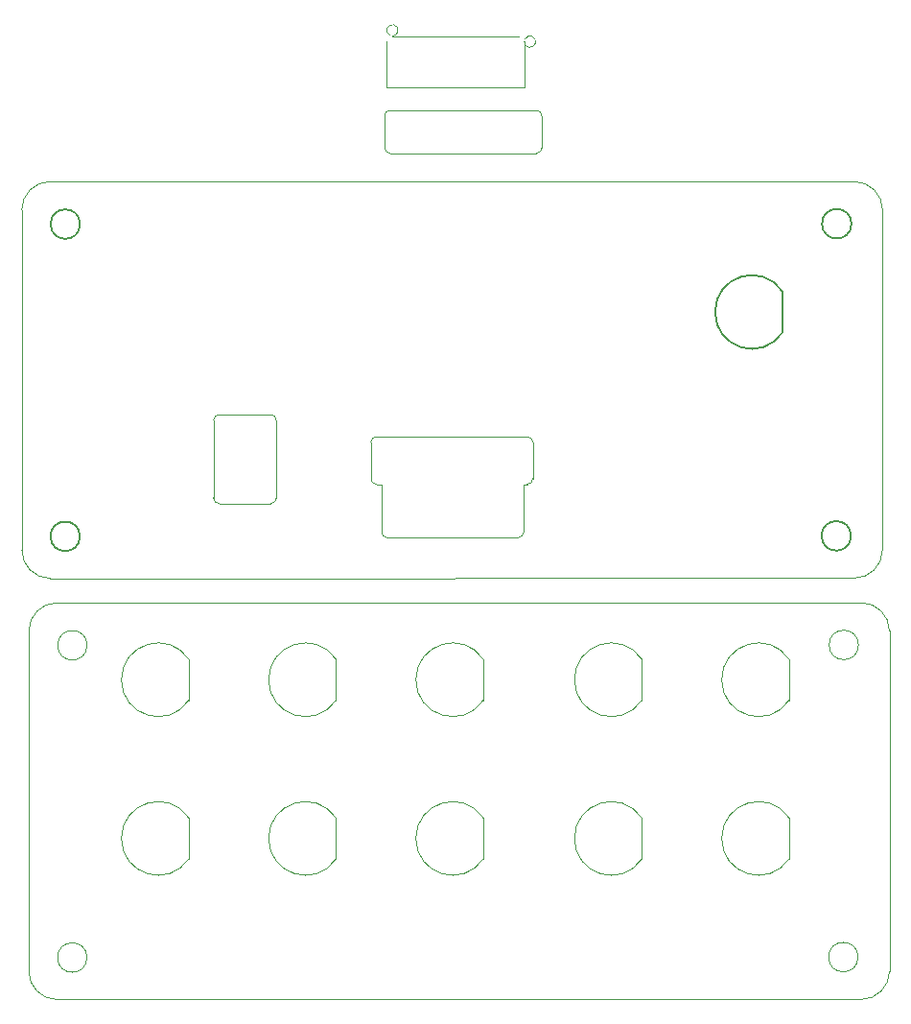
<source format=gm1>
%MOIN*%
%OFA0B0*%
%FSLAX46Y46*%
%IPPOS*%
%LPD*%
%ADD10C,0.005905511811023622*%
%ADD11C,0.0007874015748031497*%
%ADD22C,0.005905511811023622*%
%ADD23C,0.0039370078740157488*%
%ADD24C,0.0007874015748031497*%
%ADD35C,0.005905511811023622*%
%ADD36C,0.0039370078740157488*%
%ADD47C,0.005905511811023622*%
%ADD48C,0.0039370078740157488*%
%LPD*%
G01G01G01G01*
D10*
D11*
X0000201967Y0000145669D02*
G75*
G03G03X0000201967Y0000145669I-0000051181D01G03G03X0000201967Y0000145669I-0000051181D01X0000201967Y0000145669I-0000051181D01X0000201967Y0000145669I-0000051181D01*
G01G01G01G01*
X0000202362Y0001230314D02*
G75*
G03G03X0000202362Y0001230314I-0000051181D01G03G03X0000202362Y0001230314I-0000051181D01X0000202362Y0001230314I-0000051181D01X0000202362Y0001230314I-0000051181D01*
G01G01G01G01*
X0002883858Y0001231496D02*
G75*
G03G03X0002883858Y0001231496I-0000051181D01G03G03X0002883858Y0001231496I-0000051181D01X0002883858Y0001231496I-0000051181D01X0002883858Y0001231496I-0000051181D01*
G01G01G01G01*
X0000098031Y0000000000D02*
G75*
G02G02X0000000000Y0000098031J0000098031D01G02G02X0000000000Y0000098031J0000098031D01X0000000000Y0000098031J0000098031D01X0000000000Y0000098031J0000098031D01*
G01G01G01G01*
X0000000000Y0001279921D02*
G75*
G02G02X0000098031Y0001377952I0000098031D01G02G02X0000098031Y0001377952I0000098031D01X0000098031Y0001377952I0000098031D01X0000098031Y0001377952I0000098031D01*
G01G01G01G01*
X0002893700Y0001377952D02*
G75*
G02G02X0002991732Y0001279921J-0000098031D01G02G02X0002991732Y0001279921J-0000098031D01X0002991732Y0001279921J-0000098031D01X0002991732Y0001279921J-0000098031D01*
G01G01G01G01*
X0002882283Y0000147244D02*
G75*
G03G03X0002882283Y0000147244I-0000051181D01G03G03X0002882283Y0000147244I-0000051181D01X0002882283Y0000147244I-0000051181D01X0002882283Y0000147244I-0000051181D01*
G01G01G01G01*
X0002991732Y0000098425D02*
G75*
G02G02X0002893700Y0000000393I-0000098031D01G02G02X0002893700Y0000000393I-0000098031D01X0002893700Y0000000393I-0000098031D01X0002893700Y0000000393I-0000098031D01*
G01G01G01G01*
X0000000000Y0000098031D02*
X0000000000Y0001279921D01*
X0002893700Y0000000393D02*
X0000098031Y0000000000D01*
X0002991732Y0001279921D02*
X0002991732Y0000098425D01*
X0000098031Y0001377952D02*
X0002893700Y0001377952D01*
X0002642519Y0000488188D02*
G75*
G02G02X0002642519Y0000630707I-0000106299J0000071259D01G02G02X0002642519Y0000630707I-0000106299J0000071259D01X0002642519Y0000630707I-0000106299J0000071259D01X0002642519Y0000630707I-0000106299J0000071259D01*
G01G01G01G01*
X0002642519Y0000630707D02*
X0002642519Y0000488188D01*
X0002130708Y0000488188D02*
G75*
G02G02X0002130708Y0000630707I-0000106299J0000071259D01G02G02X0002130708Y0000630707I-0000106299J0000071259D01X0002130708Y0000630707I-0000106299J0000071259D01X0002130708Y0000630707I-0000106299J0000071259D01*
G01G01G01G01*
X0002130708Y0000630707D02*
X0002130708Y0000488188D01*
X0002642519Y0001039369D02*
G75*
G02G02X0002642519Y0001181889I-0000106299J0000071259D01G02G02X0002642519Y0001181889I-0000106299J0000071259D01X0002642519Y0001181889I-0000106299J0000071259D01X0002642519Y0001181889I-0000106299J0000071259D01*
G01G01G01G01*
X0002642519Y0001181889D02*
X0002642519Y0001039369D01*
X0002130708Y0001039369D02*
G75*
G02G02X0002130708Y0001181889I-0000106299J0000071259D01G02G02X0002130708Y0001181889I-0000106299J0000071259D01X0002130708Y0001181889I-0000106299J0000071259D01X0002130708Y0001181889I-0000106299J0000071259D01*
G01G01G01G01*
X0002130708Y0001181889D02*
X0002130708Y0001039369D01*
X0001579527Y0000488188D02*
G75*
G02G02X0001579527Y0000630707I-0000106299J0000071259D01G02G02X0001579527Y0000630707I-0000106299J0000071259D01X0001579527Y0000630707I-0000106299J0000071259D01X0001579527Y0000630707I-0000106299J0000071259D01*
G01G01G01G01*
X0001579527Y0000630707D02*
X0001579527Y0000488188D01*
X0001067716Y0000488188D02*
G75*
G02G02X0001067716Y0000630707I-0000106299J0000071259D01G02G02X0001067716Y0000630707I-0000106299J0000071259D01X0001067716Y0000630707I-0000106299J0000071259D01X0001067716Y0000630707I-0000106299J0000071259D01*
G01G01G01G01*
X0001067716Y0000630707D02*
X0001067716Y0000488188D01*
X0000555905Y0000488188D02*
G75*
G02G02X0000555905Y0000630707I-0000106299J0000071259D01G02G02X0000555905Y0000630707I-0000106299J0000071259D01X0000555905Y0000630707I-0000106299J0000071259D01X0000555905Y0000630707I-0000106299J0000071259D01*
G01G01G01G01*
X0000555905Y0000630707D02*
X0000555905Y0000488188D01*
X0001579527Y0001039369D02*
G75*
G02G02X0001579527Y0001181889I-0000106299J0000071259D01G02G02X0001579527Y0001181889I-0000106299J0000071259D01X0001579527Y0001181889I-0000106299J0000071259D01X0001579527Y0001181889I-0000106299J0000071259D01*
G01G01G01G01*
X0001579527Y0001181889D02*
X0001579527Y0001039369D01*
X0001067716Y0001039369D02*
G75*
G02G02X0001067716Y0001181889I-0000106299J0000071259D01G02G02X0001067716Y0001181889I-0000106299J0000071259D01X0001067716Y0001181889I-0000106299J0000071259D01X0001067716Y0001181889I-0000106299J0000071259D01*
G01G01G01G01*
X0001067716Y0001181889D02*
X0001067716Y0001039369D01*
X0000555905Y0001039369D02*
G75*
G02G02X0000555905Y0001181889I-0000106299J0000071259D01G02G02X0000555905Y0001181889I-0000106299J0000071259D01X0000555905Y0001181889I-0000106299J0000071259D01X0000555905Y0001181889I-0000106299J0000071259D01*
G01G01G01G01*
X0000555905Y0001181889D02*
X0000555905Y0001039369D01*
G01G01G01G01*
D22*
D23*
X0001700787Y0001604329D02*
X0001246062Y0001604329D01*
X0001700787Y0001604329D02*
G75*
G03G03X0001720472Y0001624015J0000019685D01G03G03X0001720472Y0001624015J0000019685D01X0001720472Y0001624015J0000019685D01X0001720472Y0001624015J0000019685D01*
G01G01G01G01*
X0001720472Y0001789370D02*
X0001720472Y0001624015D01*
X0000661417Y0001722440D02*
X0000840551Y0001722440D01*
X0000840551Y0001722440D02*
G75*
G03G03X0000860236Y0001742124J0000019685D01G03G03X0000860236Y0001742124J0000019685D01X0000860236Y0001742124J0000019685D01X0000860236Y0001742124J0000019685D01*
G01G01G01G01*
X0000860236Y0002011810D02*
X0000860236Y0001742124D01*
X0000860236Y0002011810D02*
G75*
G03G03X0000840551Y0002031496I-0000019685D01G03G03X0000840551Y0002031496I-0000019685D01X0000840551Y0002031496I-0000019685D01X0000840551Y0002031496I-0000019685D01*
G01G01G01G01*
X0000840551Y0002031496D02*
X0000661417Y0002031496D01*
X0000661417Y0002031496D02*
G75*
G03G03X0000641732Y0002011810J-0000019685D01G03G03X0000641732Y0002011810J-0000019685D01X0000641732Y0002011810J-0000019685D01X0000641732Y0002011810J-0000019685D01*
G01G01G01G01*
X0000641732Y0002011810D02*
X0000641732Y0001742124D01*
X0000641732Y0001742124D02*
G75*
G03G03X0000661417Y0001722440I0000019685D01G03G03X0000661417Y0001722440I0000019685D01X0000661417Y0001722440I0000019685D01X0000661417Y0001722440I0000019685D01*
G01G01G01G01*
X0001226377Y0001624015D02*
G75*
G03G03X0001246062Y0001604329I0000019685D01G03G03X0001246062Y0001604329I0000019685D01X0001246062Y0001604329I0000019685D01X0001246062Y0001604329I0000019685D01*
G01G01G01G01*
X0001226377Y0001789370D02*
X0001226377Y0001624015D01*
X0001720472Y0001789370D02*
X0001732283Y0001789370D01*
X0001226377Y0001789370D02*
X0001208661Y0001789370D01*
X0001732283Y0001789370D02*
G75*
G03G03X0001751968Y0001809054J0000019685D01G03G03X0001751968Y0001809054J0000019685D01X0001751968Y0001809054J0000019685D01X0001751968Y0001809054J0000019685D01*
G01G01G01G01*
X0001751968Y0001935039D02*
X0001751968Y0001809054D01*
X0001188976Y0001809054D02*
G75*
G03G03X0001208661Y0001789370I0000019685D01G03G03X0001208661Y0001789370I0000019685D01X0001208661Y0001789370I0000019685D01X0001208661Y0001789370I0000019685D01*
G01G01G01G01*
X0001188976Y0001935039D02*
X0001188976Y0001809054D01*
X0001208661Y0001954724D02*
G75*
G03G03X0001188976Y0001935039J-0000019685D01G03G03X0001188976Y0001935039J-0000019685D01X0001188976Y0001935039J-0000019685D01X0001188976Y0001935039J-0000019685D01*
G01G01G01G01*
X0001732283Y0001954724D02*
X0001208661Y0001954724D01*
X0001751968Y0001935039D02*
G75*
G03G03X0001732283Y0001954724I-0000019685D01G03G03X0001732283Y0001954724I-0000019685D01X0001732283Y0001954724I-0000019685D01X0001732283Y0001954724I-0000019685D01*
G01G01G01G01*
D22*
X0000177559Y0001608661D02*
G75*
G03G03X0000177559Y0001608661I-0000051181D01G03G03X0000177559Y0001608661I-0000051181D01X0000177559Y0001608661I-0000051181D01X0000177559Y0001608661I-0000051181D01*
G01G01G01G01*
X0000177952Y0002693307D02*
G75*
G03G03X0000177952Y0002693307I-0000051181D01G03G03X0000177952Y0002693307I-0000051181D01X0000177952Y0002693307I-0000051181D01X0000177952Y0002693307I-0000051181D01*
G01G01G01G01*
X0002859448Y0002694488D02*
G75*
G03G03X0002859448Y0002694488I-0000051181D01G03G03X0002859448Y0002694488I-0000051181D01X0002859448Y0002694488I-0000051181D01X0002859448Y0002694488I-0000051181D01*
G01G01G01G01*
D24*
X0000073622Y0001462992D02*
G75*
G02G02X-0000024409Y0001561023J0000098031D01G02G02X-0000024409Y0001561023J0000098031D01X-0000024409Y0001561023J0000098031D01X-0000024409Y0001561023J0000098031D01*
G01G01G01G01*
X-0000024409Y0002742913D02*
G75*
G02G02X0000073622Y0002840944I0000098031D01G02G02X0000073622Y0002840944I0000098031D01X0000073622Y0002840944I0000098031D01X0000073622Y0002840944I0000098031D01*
G01G01G01G01*
X0002869291Y0002840944D02*
G75*
G02G02X0002967321Y0002742913J-0000098031D01G02G02X0002967321Y0002742913J-0000098031D01X0002967321Y0002742913J-0000098031D01X0002967321Y0002742913J-0000098031D01*
G01G01G01G01*
D22*
X0002857873Y0001610236D02*
G75*
G03G03X0002857873Y0001610236I-0000051181D01G03G03X0002857873Y0001610236I-0000051181D01X0002857873Y0001610236I-0000051181D01X0002857873Y0001610236I-0000051181D01*
G01G01G01G01*
D24*
X0002967321Y0001561417D02*
G75*
G02G02X0002869291Y0001463385I-0000098031D01G02G02X0002869291Y0001463385I-0000098031D01X0002869291Y0001463385I-0000098031D01X0002869291Y0001463385I-0000098031D01*
G01G01G01G01*
X-0000024409Y0001561023D02*
X-0000024409Y0002742913D01*
X0002869291Y0001463385D02*
X0000073622Y0001462992D01*
X0002967321Y0002742913D02*
X0002967321Y0001561417D01*
X0000073622Y0002840944D02*
X0002869291Y0002840944D01*
D22*
X0002619488Y0002316700D02*
G75*
G02G02X0002619488Y0002459220I-0000106299J0000071259D01G02G02X0002619488Y0002459220I-0000106299J0000071259D01X0002619488Y0002459220I-0000106299J0000071259D01X0002619488Y0002459220I-0000106299J0000071259D01*
G01G01G01G01*
X0002619488Y0002459220D02*
X0002619488Y0002316700D01*
G04 next file*
G01G01G01G01*
D35*
D36*
X0001255905Y0002938976D02*
X0001763779Y0002938976D01*
X0001236220Y0003068897D02*
X0001236220Y0002958661D01*
X0001763779Y0003088582D02*
X0001255905Y0003088582D01*
X0001783464Y0002958661D02*
X0001783464Y0003068897D01*
X0001763779Y0002938976D02*
G75*
G03G03X0001783464Y0002958661J0000019685D01G03G03X0001783464Y0002958661J0000019685D01X0001783464Y0002958661J0000019685D01X0001783464Y0002958661J0000019685D01*
G01G01G01G01*
X0001783464Y0003068897D02*
G75*
G03G03X0001763779Y0003088582I-0000019685D01G03G03X0001763779Y0003088582I-0000019685D01X0001763779Y0003088582I-0000019685D01X0001763779Y0003088582I-0000019685D01*
G01G01G01G01*
X0001255905Y0003088582D02*
G75*
G03G03X0001236220Y0003068897J-0000019685D01G03G03X0001236220Y0003068897J-0000019685D01X0001236220Y0003068897J-0000019685D01X0001236220Y0003068897J-0000019685D01*
G01G01G01G01*
X0001236220Y0002958661D02*
G75*
G03G03X0001255905Y0002938976I0000019685D01G03G03X0001255905Y0002938976I0000019685D01X0001255905Y0002938976I0000019685D01X0001255905Y0002938976I0000019685D01*
G01G01G01G01*
G04 next file*
G04 #@! TF.FileFunction,Profile,NP*
G04 Gerber Fmt 4.6, Leading zero omitted, Abs format (unit mm)*
G04 Created by KiCad (PCBNEW (2016-07-22 BZR 6991, Git 146a78a)-product) date 08/19/16 17:37:13*
G01G01G01G01*
G04 APERTURE LIST*
G04 APERTURE END LIST*
D47*
D48*
X0001244094Y0003169291D02*
X0001244094Y0003326771D01*
X0001722440Y0003169291D02*
X0001244094Y0003169291D01*
X0001722440Y0003326771D02*
X0001722440Y0003169291D01*
X0001263779Y0003346456D02*
X0001702755Y0003346456D01*
X0001263779Y0003346456D02*
G75*
G03G03X0001244094Y0003326771J0000019685D01G03G03X0001244094Y0003326771J0000019685D01X0001244094Y0003326771J0000019685D01X0001244094Y0003326771J0000019685D01*
G01G01G01G01*
X0001722440Y0003326771D02*
G75*
G03G03X0001702755Y0003346456I0000019685D01G03G03X0001702755Y0003346456I0000019685D01X0001702755Y0003346456I0000019685D01X0001702755Y0003346456I0000019685D01*
G01G01G01G01*
M02*
</source>
